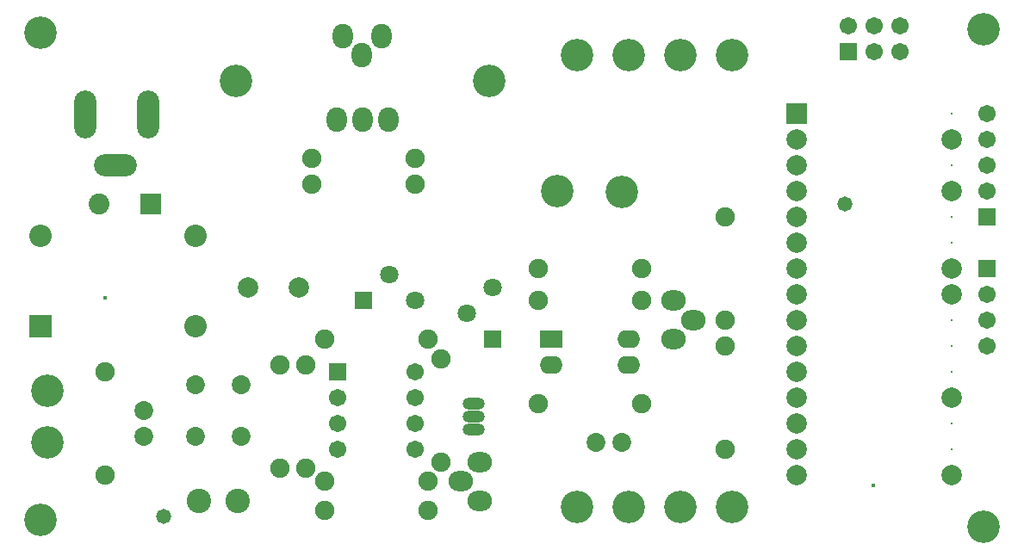
<source format=gbs>
%FSLAX25Y25*%
%MOIN*%
G70*
G01*
G75*
G04 Layer_Color=16711935*
%ADD10C,0.02500*%
%ADD11C,0.01500*%
%ADD12C,0.10000*%
%ADD13O,0.07874X0.17716*%
%ADD14O,0.15748X0.07874*%
%ADD15C,0.06500*%
%ADD16C,0.11811*%
%ADD17R,0.05906X0.05906*%
%ADD18C,0.05906*%
%ADD19C,0.08661*%
%ADD20C,0.07087*%
%ADD21R,0.07087X0.07087*%
%ADD22R,0.05906X0.05906*%
%ADD23C,0.06693*%
%ADD24R,0.08000X0.06000*%
%ADD25O,0.08000X0.06000*%
%ADD26O,0.07874X0.03937*%
%ADD27O,0.07874X0.03937*%
%ADD28O,0.08661X0.07087*%
%ADD29C,0.06299*%
%ADD30R,0.06299X0.06299*%
%ADD31O,0.07087X0.08661*%
%ADD32R,0.07284X0.07284*%
%ADD33C,0.07284*%
%ADD34C,0.07874*%
%ADD35R,0.07874X0.07874*%
%ADD36R,0.06299X0.06299*%
%ADD37C,0.05000*%
%ADD38R,0.00787X0.00787*%
%ADD39C,0.00787*%
%ADD40C,0.01000*%
%ADD41C,0.00984*%
%ADD42C,0.02362*%
%ADD43C,0.01200*%
%ADD44C,0.02000*%
%ADD45C,0.05906*%
%ADD46C,0.01969*%
%ADD47C,0.03937*%
%ADD48C,0.00500*%
%ADD49C,0.00400*%
%ADD50C,0.00800*%
%ADD51C,0.00700*%
%ADD52R,0.20000X0.25000*%
%ADD53O,0.08674X0.18517*%
%ADD54O,0.16548X0.08674*%
%ADD55C,0.07300*%
%ADD56C,0.12611*%
%ADD57R,0.06706X0.06706*%
%ADD58C,0.06706*%
%ADD59C,0.09461*%
%ADD60C,0.00800*%
%ADD61C,0.07887*%
%ADD62R,0.07887X0.07887*%
%ADD63R,0.06706X0.06706*%
%ADD64C,0.07493*%
%ADD65R,0.08800X0.06800*%
%ADD66O,0.08800X0.06800*%
%ADD67O,0.08674X0.04737*%
%ADD68O,0.08674X0.04737*%
%ADD69O,0.09461X0.07887*%
%ADD70C,0.07099*%
%ADD71R,0.07099X0.07099*%
%ADD72O,0.07887X0.09461*%
%ADD73R,0.08083X0.08083*%
%ADD74C,0.08083*%
%ADD75C,0.08674*%
%ADD76R,0.08674X0.08674*%
%ADD77R,0.07099X0.07099*%
%ADD78C,0.05800*%
%ADD79R,0.01587X0.01587*%
D53*
X54036Y169685D02*
D03*
X29626D02*
D03*
D54*
X41437Y150000D02*
D03*
D55*
X52500Y55000D02*
D03*
Y45000D02*
D03*
X227500Y42500D02*
D03*
X237500D02*
D03*
X90000Y45000D02*
D03*
Y65000D02*
D03*
X72500D02*
D03*
Y45000D02*
D03*
D56*
X377500Y202500D02*
D03*
Y10000D02*
D03*
X12500Y12500D02*
D03*
Y201250D02*
D03*
X260000Y17500D02*
D03*
X240000D02*
D03*
X220000D02*
D03*
X280000D02*
D03*
X212500Y140000D02*
D03*
X237500Y139500D02*
D03*
X260000Y192500D02*
D03*
X280000D02*
D03*
X240000D02*
D03*
X220000D02*
D03*
X186250Y182500D02*
D03*
X88125D02*
D03*
X15000Y62500D02*
D03*
Y42500D02*
D03*
D57*
X378750Y130000D02*
D03*
Y110000D02*
D03*
D58*
Y140000D02*
D03*
Y150000D02*
D03*
Y160000D02*
D03*
Y170000D02*
D03*
X325000Y203750D02*
D03*
X335000Y193750D02*
D03*
Y203750D02*
D03*
X345000Y193750D02*
D03*
Y203750D02*
D03*
X127500Y60000D02*
D03*
Y50000D02*
D03*
Y40000D02*
D03*
X157500Y70000D02*
D03*
Y60000D02*
D03*
Y50000D02*
D03*
Y40000D02*
D03*
X378750Y80000D02*
D03*
Y90000D02*
D03*
Y100000D02*
D03*
D59*
X73750Y20000D02*
D03*
X88750D02*
D03*
D60*
X365000Y170000D02*
D03*
Y150000D02*
D03*
Y130000D02*
D03*
Y120000D02*
D03*
Y90000D02*
D03*
Y80000D02*
D03*
Y70000D02*
D03*
Y50000D02*
D03*
Y40000D02*
D03*
D61*
Y160000D02*
D03*
Y140000D02*
D03*
Y110000D02*
D03*
Y100000D02*
D03*
Y60000D02*
D03*
Y30000D02*
D03*
X305000D02*
D03*
Y40000D02*
D03*
Y50000D02*
D03*
Y60000D02*
D03*
Y70000D02*
D03*
Y80000D02*
D03*
Y90000D02*
D03*
Y100000D02*
D03*
Y110000D02*
D03*
Y120000D02*
D03*
Y130000D02*
D03*
Y140000D02*
D03*
Y150000D02*
D03*
Y160000D02*
D03*
X112343Y102500D02*
D03*
X92658D02*
D03*
D62*
X305000Y170000D02*
D03*
D63*
X325000Y193750D02*
D03*
X127500Y70000D02*
D03*
D64*
X122500Y16250D02*
D03*
X162500D02*
D03*
X277500Y40000D02*
D03*
Y80000D02*
D03*
X245000Y110000D02*
D03*
X205000D02*
D03*
X277500Y130000D02*
D03*
Y90000D02*
D03*
X245000Y57500D02*
D03*
X205000D02*
D03*
X245000Y97500D02*
D03*
X205000D02*
D03*
X167500Y75000D02*
D03*
Y35000D02*
D03*
X162500Y27500D02*
D03*
X122500D02*
D03*
X115000Y32500D02*
D03*
Y72500D02*
D03*
X105000D02*
D03*
Y32500D02*
D03*
X162500Y82500D02*
D03*
X122500D02*
D03*
X157500Y142500D02*
D03*
X117500D02*
D03*
Y152500D02*
D03*
X157500D02*
D03*
X37500Y30000D02*
D03*
Y70000D02*
D03*
D65*
X210000Y82500D02*
D03*
D66*
X240000D02*
D03*
X210000Y72500D02*
D03*
X240000D02*
D03*
D67*
X180000Y47500D02*
D03*
D68*
Y52500D02*
D03*
Y57500D02*
D03*
D69*
X182500Y20000D02*
D03*
X175000Y27500D02*
D03*
X182500Y35000D02*
D03*
X257500Y97500D02*
D03*
X265000Y90000D02*
D03*
X257500Y82500D02*
D03*
D70*
X157500Y97500D02*
D03*
X147500Y107500D02*
D03*
X187500Y102500D02*
D03*
X177500Y92500D02*
D03*
D71*
X137500Y97500D02*
D03*
D72*
X147250Y167500D02*
D03*
X137250D02*
D03*
X127250D02*
D03*
X144375Y200000D02*
D03*
X136875Y192500D02*
D03*
X129375Y200000D02*
D03*
D73*
X55000Y135000D02*
D03*
D74*
X35000D02*
D03*
D75*
X72500Y87500D02*
D03*
Y122500D02*
D03*
X12500D02*
D03*
D76*
Y87500D02*
D03*
D77*
X187500Y82500D02*
D03*
D78*
X323750Y135000D02*
D03*
X60000Y13750D02*
D03*
D79*
X334759Y25965D02*
D03*
X37259Y98465D02*
D03*
M02*

</source>
